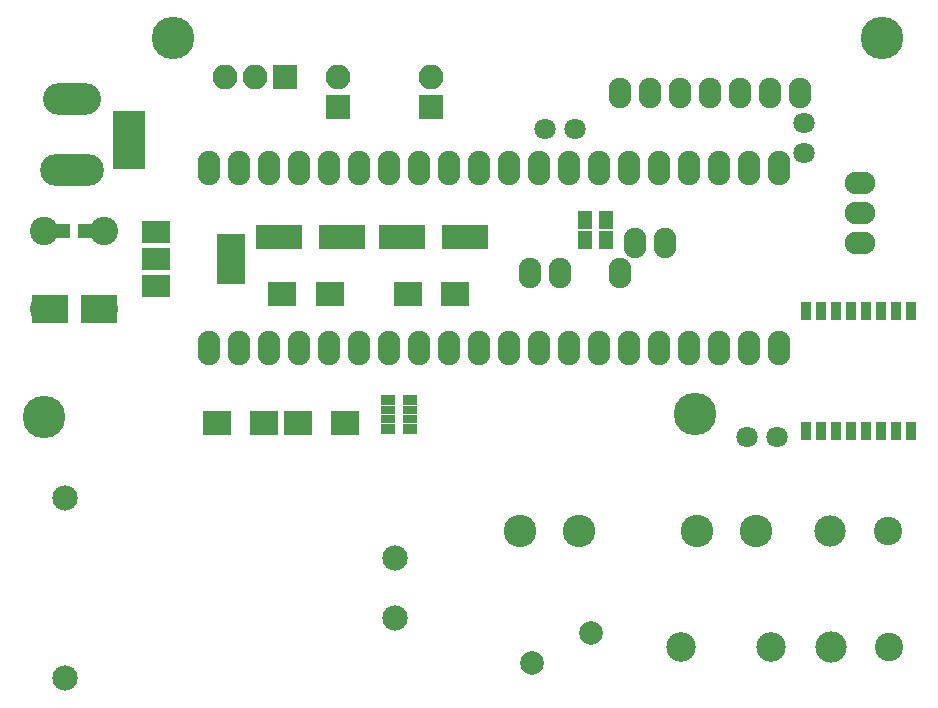
<source format=gbr>
G04 #@! TF.FileFunction,Soldermask,Bot*
%FSLAX46Y46*%
G04 Gerber Fmt 4.6, Leading zero omitted, Abs format (unit mm)*
G04 Created by KiCad (PCBNEW 4.0.4-stable) date 07/15/18 19:45:34*
%MOMM*%
%LPD*%
G01*
G04 APERTURE LIST*
%ADD10C,0.100000*%
%ADD11C,3.600000*%
%ADD12O,1.924000X2.924000*%
%ADD13R,3.900000X2.000000*%
%ADD14R,2.400000X2.000000*%
%ADD15O,5.400000X2.700000*%
%ADD16R,2.700000X4.900000*%
%ADD17O,4.900000X2.700000*%
%ADD18R,2.400000X2.100000*%
%ADD19C,2.400000*%
%ADD20R,3.050000X2.430000*%
%ADD21C,2.750000*%
%ADD22R,1.600000X1.300000*%
%ADD23C,2.650000*%
%ADD24R,2.100000X2.100000*%
%ADD25O,2.100000X2.100000*%
%ADD26R,1.200000X0.900000*%
%ADD27R,1.200000X0.800000*%
%ADD28C,2.000000*%
%ADD29R,2.400000X4.200000*%
%ADD30R,2.400000X1.900000*%
%ADD31R,0.908000X1.543000*%
%ADD32C,2.500000*%
%ADD33O,1.901140X2.599640*%
%ADD34O,2.599640X1.901140*%
%ADD35C,2.150000*%
%ADD36C,1.800000*%
G04 APERTURE END LIST*
D10*
D11*
X196723000Y-60071000D03*
X180848000Y-91948000D03*
X136652000Y-60071000D03*
D12*
X139700000Y-86296500D03*
X142240000Y-86296500D03*
X144780000Y-86296500D03*
X147320000Y-86296500D03*
X149860000Y-86296500D03*
X149860000Y-71056500D03*
X147320000Y-71056500D03*
X144780000Y-71056500D03*
X142240000Y-71056500D03*
X139700000Y-71056500D03*
X152400000Y-86296500D03*
X154940000Y-86296500D03*
X157480000Y-86296500D03*
X160020000Y-86296500D03*
X162560000Y-86296500D03*
X162560000Y-71056500D03*
X160020000Y-71056500D03*
X157480000Y-71056500D03*
X154940000Y-71056500D03*
X152400000Y-71056500D03*
X165100000Y-86296500D03*
X167640000Y-86296500D03*
X170180000Y-86296500D03*
X172720000Y-86296500D03*
X175260000Y-86296500D03*
X175260000Y-71056500D03*
X172720000Y-71056500D03*
X170180000Y-71056500D03*
X167640000Y-71056500D03*
X165100000Y-71056500D03*
X177800000Y-86296500D03*
X180340000Y-86296500D03*
X182880000Y-86296500D03*
X185420000Y-86296500D03*
X187960000Y-86296500D03*
X187960000Y-71056500D03*
X185420000Y-71056500D03*
X182880000Y-71056500D03*
X180340000Y-71056500D03*
X177800000Y-71056500D03*
D13*
X156050000Y-76962000D03*
X161450000Y-76962000D03*
D14*
X156560000Y-81788000D03*
X160560000Y-81788000D03*
D13*
X145636000Y-76962000D03*
X151036000Y-76962000D03*
D14*
X145955000Y-81788000D03*
X149955000Y-81788000D03*
D15*
X128143000Y-71221500D03*
D16*
X132943000Y-68721500D03*
D17*
X128143000Y-65221500D03*
D18*
X140430000Y-92646500D03*
X144430000Y-92646500D03*
X147288000Y-92646500D03*
X151288000Y-92646500D03*
D19*
X125730000Y-82994500D03*
X130810000Y-82984500D03*
D20*
X126244000Y-82994500D03*
X130424000Y-82994500D03*
D21*
X171055000Y-101854000D03*
X166055000Y-101854000D03*
X181055000Y-101854000D03*
X186055000Y-101854000D03*
D22*
X127170000Y-76390500D03*
X129370000Y-76390500D03*
D19*
X125730000Y-76390500D03*
X130810000Y-76380500D03*
X197214000Y-101854000D03*
D23*
X192294000Y-101854000D03*
D19*
X197278000Y-111633000D03*
D23*
X192358000Y-111633000D03*
D24*
X158496000Y-65913000D03*
D25*
X158496000Y-63373000D03*
D24*
X150622000Y-65913000D03*
D25*
X150622000Y-63373000D03*
D26*
X154929000Y-93148000D03*
D27*
X154929000Y-91548000D03*
X154929000Y-92348000D03*
D26*
X154929000Y-90748000D03*
D27*
X156729000Y-92348000D03*
D26*
X156729000Y-93148000D03*
D27*
X156729000Y-91548000D03*
D26*
X156729000Y-90748000D03*
X171566000Y-77527000D03*
D27*
X171566000Y-75927000D03*
X171566000Y-76727000D03*
D26*
X171566000Y-75127000D03*
D27*
X173366000Y-76727000D03*
D26*
X173366000Y-77527000D03*
D27*
X173366000Y-75927000D03*
D26*
X173366000Y-75127000D03*
D28*
X167068000Y-112966000D03*
X172068000Y-110466000D03*
D29*
X141580000Y-78803500D03*
D30*
X135280000Y-78803500D03*
X135280000Y-76503500D03*
X135280000Y-81103500D03*
D31*
X199136000Y-93345000D03*
X197866000Y-93345000D03*
X196596000Y-93345000D03*
X195326000Y-93345000D03*
X194056000Y-93345000D03*
X192786000Y-93345000D03*
X191516000Y-93345000D03*
X190246000Y-93345000D03*
X190246000Y-83185000D03*
X191516000Y-83185000D03*
X192786000Y-83185000D03*
X194056000Y-83185000D03*
X195326000Y-83185000D03*
X196596000Y-83185000D03*
X197866000Y-83185000D03*
X199136000Y-83185000D03*
D32*
X179705000Y-111633000D03*
X187325000Y-111633000D03*
D33*
X174498000Y-64770000D03*
X177038000Y-64770000D03*
X179578000Y-64770000D03*
X182118000Y-64770000D03*
X184658000Y-64770000D03*
X187198000Y-64770000D03*
X189738000Y-64770000D03*
X174498000Y-80010000D03*
X169418000Y-80010000D03*
X166878000Y-80010000D03*
X178308000Y-77470000D03*
X175768000Y-77470000D03*
D34*
X194818000Y-77470000D03*
X194818000Y-74930000D03*
X194818000Y-72390000D03*
D35*
X127508000Y-99060000D03*
X127508000Y-114300000D03*
X155448000Y-104140000D03*
X155448000Y-109220000D03*
D24*
X146177000Y-63373000D03*
D25*
X143637000Y-63373000D03*
X141097000Y-63373000D03*
D36*
X185293000Y-93853000D03*
X187833000Y-93853000D03*
X190119000Y-69850000D03*
X190119000Y-67310000D03*
X170688000Y-67818000D03*
X168148000Y-67818000D03*
D11*
X125730000Y-92202000D03*
M02*

</source>
